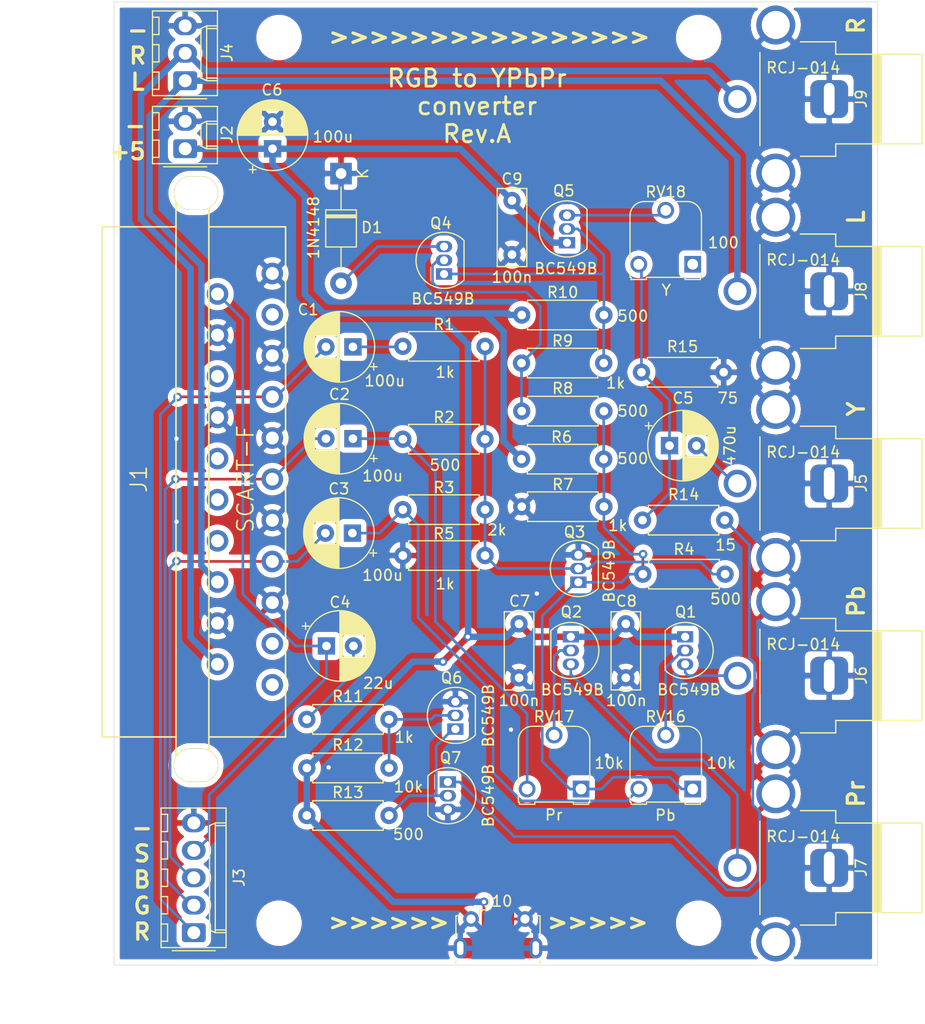
<source format=kicad_pcb>
(kicad_pcb (version 20171130) (host pcbnew "(5.1.4)-1")
  (layers (0 F.Cu signal) (31 B.Cu signal) (34 B.Paste user hide) (35 F.Paste user hide) (36 B.SilkS user) (37 F.SilkS user) (38 B.Mask user hide) (39 F.Mask user hide) (44 Edge.Cuts user))
  (net 0 "")
  (net 1 R_IN)
  (net 2 "Net-(C1-Pad1)")
  (net 3 G_IN)
  (net 4 "Net-(C2-Pad1)")
  (net 5 B_IN)
  (net 6 "Net-(C3-Pad1)")
  (net 7 "Net-(C4-Pad2)")
  (net 8 CSYNC_IN)
  (net 9 Y_OUT)
  (net 10 "Net-(C5-Pad1)")
  (net 11 "Net-(D1-Pad2)")
  (net 12 GND)
  (net 13 Audio_L)
  (net 14 Audio_R)
  (net 15 +5V)
  (net 16 Pb_OUT)
  (net 17 Pr_OUT)
  (net 18 "Net-(Q1-Pad2)")
  (net 19 "Net-(Q2-Pad2)")
  (net 20 "Net-(Q3-Pad1)")
  (net 21 "Net-(Q3-Pad2)")
  (net 22 "Net-(Q4-Pad1)")
  (net 23 "Net-(Q4-Pad2)")
  (net 24 "Net-(Q5-Pad3)")
  (net 25 "Net-(Q6-Pad1)")
  (net 26 "Net-(Q6-Pad2)")
  (net 27 "Net-(Q7-Pad1)")
  (module Connector_USB:USB_Micro-B_Molex-105017-0001 (layer F.Cu) (at 145.7 138.7)
    (fp_text reference J10 (at 0 -3.1125) (layer F.SilkS))
    (fp_text value USB_B_Micro)
    (pad 6 smd rect (at -2.9 1.2375) (size 1.2 1.9) (layers F.Cu F.Mask) (net 12 GND))
    (pad 6 smd rect (at 2.9 1.2375) (size 1.2 1.9) (layers F.Cu F.Mask) (net 12 GND))
    (pad 6 thru_hole oval (at 3.5 1.2375) (size 1.2 1.9) (drill oval 0.6 1.3) (layers *.Cu *.Mask) (net 12 GND))
    (pad 6 thru_hole oval (at -3.5 1.2375 180) (size 1.2 1.9) (drill oval 0.6 1.3) (layers *.Cu *.Mask) (net 12 GND))
    (pad 6 smd rect (at -1 1.2375) (size 1.5 1.9) (layers F.Cu F.Paste F.Mask) (net 12 GND))
    (pad 6 thru_hole circle (at 2.5 -1.4625) (size 1.45 1.45) (drill 0.85) (layers *.Cu *.Mask) (net 12 GND))
    (pad 3 smd rect (at 0 -1.4625) (size 0.4 1.35) (layers F.Cu F.Paste F.Mask))
    (pad 4 smd rect (at 0.65 -1.4625) (size 0.4 1.35) (layers F.Cu F.Paste F.Mask))
    (pad 5 smd rect (at 1.3 -1.4625) (size 0.4 1.35) (layers F.Cu F.Paste F.Mask) (net 12 GND))
    (pad 1 smd rect (at -1.3 -1.4625) (size 0.4 1.35) (layers F.Cu F.Paste F.Mask) (net 15 +5V))
    (pad 2 smd rect (at -0.65 -1.4625) (size 0.4 1.35) (layers F.Cu F.Paste F.Mask))
    (pad 6 thru_hole circle (at -2.5 -1.4625) (size 1.45 1.45) (drill 0.85) (layers *.Cu *.Mask) (net 12 GND))
    (pad 6 smd rect (at 1 1.2375) (size 1.5 1.9) (layers F.Cu F.Paste F.Mask) (net 12 GND))
  )
  (module my:SCART (layer F.Cu) (at 117.5 96.5 270)
    (fp_text reference J1 (at 0 5.10032 90) (layer F.SilkS) (effects (font (size 1.5 1.5))))
    (fp_text value SCART-F (at -0.025 -4.8 90) (layer F.SilkS) (effects (font (size 1.5 1.5))))
    (pad "" np_thru_hole oval (at 26.49982 -0.20066 270) (size 3.1 4.1) (drill oval 3 4) (layers *.Cu *.Mask F.SilkS))
    (pad 1 thru_hole circle (at 19.05 -7.27964 270) (size 1.99898 1.99898) (drill 1.19888) (layers *.Cu *.Mask))
    (pad 2 thru_hole circle (at 17.145 -2.19964 270) (size 1.99898 1.99898) (drill 1.19888) (layers *.Cu *.Mask) (net 14 Audio_R))
    (pad 3 thru_hole circle (at 15.24 -7.27964 270) (size 1.99898 1.99898) (drill 1.19888) (layers *.Cu *.Mask))
    (pad 4 thru_hole circle (at 13.335 -2.19964 270) (size 1.99898 1.99898) (drill 1.19888) (layers *.Cu *.Mask) (net 12 GND))
    (pad 5 thru_hole circle (at 11.43 -7.27964 270) (size 1.99898 1.99898) (drill 1.19888) (layers *.Cu *.Mask) (net 12 GND))
    (pad 6 thru_hole circle (at 9.525 -2.19964 270) (size 1.99898 1.99898) (drill 1.19888) (layers *.Cu *.Mask) (net 13 Audio_L))
    (pad 7 thru_hole circle (at 7.62 -7.27964 270) (size 1.99898 1.99898) (drill 1.19888) (layers *.Cu *.Mask) (net 5 B_IN))
    (pad 8 thru_hole circle (at 5.715 -2.19964 270) (size 1.99898 1.99898) (drill 1.19888) (layers *.Cu *.Mask))
    (pad 9 thru_hole circle (at 3.81 -7.27964 270) (size 1.99898 1.99898) (drill 1.19888) (layers *.Cu *.Mask) (net 12 GND))
    (pad 10 thru_hole circle (at 1.905 -2.19964 270) (size 1.99898 1.99898) (drill 1.19888) (layers *.Cu *.Mask))
    (pad 11 thru_hole circle (at 0 -7.27964 270) (size 1.99898 1.99898) (drill 1.19888) (layers *.Cu *.Mask) (net 3 G_IN))
    (pad 12 thru_hole circle (at -1.905 -2.19964 270) (size 1.99898 1.99898) (drill 1.19888) (layers *.Cu *.Mask))
    (pad 13 thru_hole circle (at -3.81 -7.27964 270) (size 1.99898 1.99898) (drill 1.19888) (layers *.Cu *.Mask) (net 12 GND))
    (pad 14 thru_hole circle (at -5.715 -2.19964 270) (size 1.99898 1.99898) (drill 1.19888) (layers *.Cu *.Mask) (net 12 GND))
    (pad 15 thru_hole circle (at -7.62 -7.27964 270) (size 1.99898 1.99898) (drill 1.19888) (layers *.Cu *.Mask) (net 1 R_IN))
    (pad 16 thru_hole circle (at -9.525 -2.19964 270) (size 1.99898 1.99898) (drill 1.19888) (layers *.Cu *.Mask))
    (pad 17 thru_hole circle (at -11.43 -7.27964 270) (size 1.99898 1.99898) (drill 1.19888) (layers *.Cu *.Mask) (net 12 GND))
    (pad 18 thru_hole circle (at -13.335 -2.19964 270) (size 1.99898 1.99898) (drill 1.19888) (layers *.Cu *.Mask) (net 12 GND))
    (pad 19 thru_hole circle (at -15.24 -7.27964 270) (size 1.99898 1.99898) (drill 1.19888) (layers *.Cu *.Mask))
    (pad 20 thru_hole circle (at -17.145 -2.19964 270) (size 1.99898 1.99898) (drill 1.19888) (layers *.Cu *.Mask) (net 8 CSYNC_IN))
    (pad 21 thru_hole circle (at -19.05 -7.27964 270) (size 1.99898 1.99898) (drill 1.19888) (layers *.Cu *.Mask) (net 12 GND))
    (pad "" np_thru_hole oval (at -26.49982 -0.20066 270) (size 3.1 4.1) (drill oval 3 4) (layers *.Cu *.Mask F.SilkS))
  )
  (module Potentiometer_THT:Potentiometer_Runtron_RM-065_Vertical (layer F.Cu) (at 153.4 125.2 180)
    (fp_text reference RV17 (at 2.5 6.7) (layer F.SilkS))
    (fp_text value 10k)
    (fp_text user Pr (at 2.525 -2.4 180) (layer F.SilkS))
    (fp_text user %V (at -2.6 2.4 180) (layer F.SilkS))
    (pad 2 thru_hole circle (at 2.5 5 180) (size 1.55 1.55) (drill 1) (layers *.Cu *.Mask) (net 19 "Net-(Q2-Pad2)"))
    (pad 1 thru_hole rect (at 0 0 180) (size 1.55 1.55) (drill 1) (layers *.Cu *.Mask) (net 20 "Net-(Q3-Pad1)"))
    (pad 3 thru_hole circle (at 5 0 180) (size 1.55 1.55) (drill 1) (layers *.Cu *.Mask) (net 4 "Net-(C2-Pad1)"))
  )
  (module Capacitor_THT:C_Disc_D7.0mm_W2.5mm_P5.00mm (layer F.Cu) (at 147 75.7 90)
    (fp_text reference C9 (at 7 0 180) (layer F.SilkS))
    (fp_text value 100n)
    (fp_text user %V (at -2.1 0 180) (layer F.SilkS))
    (pad 2 thru_hole circle (at 5 0 90) (size 1.6 1.6) (drill 0.8) (layers *.Cu *.Mask) (net 15 +5V))
    (pad 1 thru_hole circle (at 0 0 90) (size 1.6 1.6) (drill 0.8) (layers *.Cu *.Mask) (net 12 GND))
  )
  (module Capacitor_THT:C_Disc_D7.0mm_W2.5mm_P5.00mm (layer F.Cu) (at 157.55 109.9 270)
    (fp_text reference C8 (at -2.1 -0.05 180) (layer F.SilkS))
    (fp_text value 100n)
    (fp_text user %V (at 7.1 -0.05) (layer F.SilkS))
    (pad 2 thru_hole circle (at 5 0 270) (size 1.6 1.6) (drill 0.8) (layers *.Cu *.Mask) (net 12 GND))
    (pad 1 thru_hole circle (at 0 0 270) (size 1.6 1.6) (drill 0.8) (layers *.Cu *.Mask) (net 15 +5V))
  )
  (module Capacitor_THT:C_Disc_D7.0mm_W2.5mm_P5.00mm (layer F.Cu) (at 147.65 109.9 270)
    (fp_text reference C7 (at -2.1 -0.05 180) (layer F.SilkS))
    (fp_text value 100n)
    (fp_text user %V (at 7.1 0) (layer F.SilkS))
    (pad 2 thru_hole circle (at 5 0 270) (size 1.6 1.6) (drill 0.8) (layers *.Cu *.Mask) (net 12 GND))
    (pad 1 thru_hole circle (at 0 0 270) (size 1.6 1.6) (drill 0.8) (layers *.Cu *.Mask) (net 15 +5V))
  )
  (module Capacitor_THT:CP_Radial_D6.3mm_P2.50mm (layer F.Cu) (at 124.8 65.9 90)
    (fp_text reference C6 (at 5.45 -0.05 180) (layer F.SilkS))
    (fp_text value 100u)
    (fp_text user %V (at 1.1 5.6 180) (layer F.SilkS))
    (pad 2 thru_hole circle (at 2.5 0 90) (size 1.6 1.6) (drill 0.8) (layers *.Cu *.Mask) (net 12 GND))
    (pad 1 thru_hole rect (at 0 0 90) (size 1.6 1.6) (drill 0.8) (layers *.Cu *.Mask) (net 15 +5V))
  )
  (module MountingHole:MountingHole_3.2mm_M3 (layer F.Cu) (at 164.3 137.625001)
    (fp_text reference H4 hide)
    (fp_text value MountingHole)
    (pad 1 np_thru_hole circle (at 0 0) (size 3.2 3.2) (drill 3.2) (layers *.Cu *.Mask))
  )
  (module MountingHole:MountingHole_3.2mm_M3 (layer F.Cu) (at 164.3 55.6 180)
    (fp_text reference H3 hide)
    (fp_text value MountingHole)
    (pad 1 np_thru_hole circle (at 0 0 180) (size 3.2 3.2) (drill 3.2) (layers *.Cu *.Mask))
  )
  (module MountingHole:MountingHole_3.2mm_M3 (layer F.Cu) (at 125.4 137.625001)
    (fp_text reference H2 hide)
    (fp_text value MountingHole)
    (pad 1 np_thru_hole circle (at 0 0) (size 3.2 3.2) (drill 3.2) (layers *.Cu *.Mask))
  )
  (module MountingHole:MountingHole_3.2mm_M3 (layer F.Cu) (at 125.4 55.6 180)
    (fp_text reference H1 hide)
    (fp_text value MountingHole)
    (pad 1 np_thru_hole circle (at 0 0 180) (size 3.2 3.2) (drill 3.2) (layers *.Cu *.Mask))
  )
  (module Potentiometer_THT:Potentiometer_Runtron_RM-065_Vertical (layer F.Cu) (at 163.75 76.6 180)
    (fp_text reference RV18 (at 2.5 6.7) (layer F.SilkS))
    (fp_text value 100)
    (fp_text user Y (at 2.45 -2.4 180) (layer F.SilkS))
    (fp_text user %V (at -2.85 2 180) (layer F.SilkS))
    (pad 3 thru_hole circle (at 5 0 180) (size 1.55 1.55) (drill 1) (layers *.Cu *.Mask) (net 10 "Net-(C5-Pad1)"))
    (pad 1 thru_hole rect (at 0 0 180) (size 1.55 1.55) (drill 1) (layers *.Cu *.Mask))
    (pad 2 thru_hole circle (at 2.5 5 180) (size 1.55 1.55) (drill 1) (layers *.Cu *.Mask) (net 24 "Net-(Q5-Pad3)"))
  )
  (module Potentiometer_THT:Potentiometer_Runtron_RM-065_Vertical (layer F.Cu) (at 163.75 125.2 180)
    (fp_text reference RV16 (at 2.5 6.7) (layer F.SilkS))
    (fp_text value 10k)
    (fp_text user Pb (at 2.525 -2.425 180) (layer F.SilkS))
    (fp_text user %V (at -2.65 2.4 180) (layer F.SilkS))
    (pad 2 thru_hole circle (at 2.5 5 180) (size 1.55 1.55) (drill 1) (layers *.Cu *.Mask) (net 18 "Net-(Q1-Pad2)"))
    (pad 1 thru_hole rect (at 0 0 180) (size 1.55 1.55) (drill 1) (layers *.Cu *.Mask) (net 20 "Net-(Q3-Pad1)"))
    (pad 3 thru_hole circle (at 5 0 180) (size 1.55 1.55) (drill 1) (layers *.Cu *.Mask) (net 6 "Net-(C3-Pad1)"))
  )
  (module Resistor_THT:R_Axial_DIN0207_L6.3mm_D2.5mm_P7.62mm_Horizontal (layer F.Cu) (at 159 86.6)
    (fp_text reference R15 (at 3.81 -2.37) (layer F.SilkS))
    (fp_text value 75)
    (fp_text user %V (at 8 2.4) (layer F.SilkS))
    (pad 2 thru_hole oval (at 7.62 0) (size 1.6 1.6) (drill 0.8) (layers *.Cu *.Mask) (net 12 GND))
    (pad 1 thru_hole circle (at 0 0) (size 1.6 1.6) (drill 0.8) (layers *.Cu *.Mask) (net 10 "Net-(C5-Pad1)"))
  )
  (module Resistor_THT:R_Axial_DIN0207_L6.3mm_D2.5mm_P7.62mm_Horizontal (layer F.Cu) (at 159.1 100.3)
    (fp_text reference R14 (at 3.81 -2.37) (layer F.SilkS))
    (fp_text value 15)
    (fp_text user %V (at 7.7 2.3) (layer F.SilkS))
    (pad 2 thru_hole oval (at 7.62 0) (size 1.6 1.6) (drill 0.8) (layers *.Cu *.Mask) (net 27 "Net-(Q7-Pad1)"))
    (pad 1 thru_hole circle (at 0 0) (size 1.6 1.6) (drill 0.8) (layers *.Cu *.Mask) (net 10 "Net-(C5-Pad1)"))
  )
  (module Resistor_THT:R_Axial_DIN0207_L6.3mm_D2.5mm_P7.62mm_Horizontal (layer F.Cu) (at 135.6 127.65 180)
    (fp_text reference R13 (at 3.81 2.13) (layer F.SilkS))
    (fp_text value 500)
    (fp_text user %V (at -1.8 -1.75 180) (layer F.SilkS))
    (pad 2 thru_hole oval (at 7.62 0 180) (size 1.6 1.6) (drill 0.8) (layers *.Cu *.Mask) (net 15 +5V))
    (pad 1 thru_hole circle (at 0 0 180) (size 1.6 1.6) (drill 0.8) (layers *.Cu *.Mask) (net 25 "Net-(Q6-Pad1)"))
  )
  (module Resistor_THT:R_Axial_DIN0207_L6.3mm_D2.5mm_P7.62mm_Horizontal (layer F.Cu) (at 135.6 123.25 180)
    (fp_text reference R12 (at 3.81 2.13) (layer F.SilkS))
    (fp_text value 10k)
    (fp_text user %V (at -1.8 -1.75 180) (layer F.SilkS))
    (pad 2 thru_hole oval (at 7.62 0 180) (size 1.6 1.6) (drill 0.8) (layers *.Cu *.Mask) (net 15 +5V))
    (pad 1 thru_hole circle (at 0 0 180) (size 1.6 1.6) (drill 0.8) (layers *.Cu *.Mask) (net 26 "Net-(Q6-Pad2)"))
  )
  (module Resistor_THT:R_Axial_DIN0207_L6.3mm_D2.5mm_P7.62mm_Horizontal (layer F.Cu) (at 135.6 118.75 180)
    (fp_text reference R11 (at 3.81 2.13) (layer F.SilkS))
    (fp_text value 1k)
    (fp_text user %V (at -1.4 -1.65 180) (layer F.SilkS))
    (pad 2 thru_hole oval (at 7.62 0 180) (size 1.6 1.6) (drill 0.8) (layers *.Cu *.Mask) (net 7 "Net-(C4-Pad2)"))
    (pad 1 thru_hole circle (at 0 0 180) (size 1.6 1.6) (drill 0.8) (layers *.Cu *.Mask) (net 26 "Net-(Q6-Pad2)"))
  )
  (module Resistor_THT:R_Axial_DIN0207_L6.3mm_D2.5mm_P7.62mm_Horizontal (layer F.Cu) (at 147.9 81.3)
    (fp_text reference R10 (at 3.8 -2.1) (layer F.SilkS))
    (fp_text value 500)
    (fp_text user %V (at 10.3 0.1) (layer F.SilkS))
    (pad 1 thru_hole circle (at 0 0) (size 1.6 1.6) (drill 0.8) (layers *.Cu *.Mask) (net 15 +5V))
    (pad 2 thru_hole oval (at 7.62 0) (size 1.6 1.6) (drill 0.8) (layers *.Cu *.Mask) (net 22 "Net-(Q4-Pad1)"))
  )
  (module Resistor_THT:R_Axial_DIN0207_L6.3mm_D2.5mm_P7.62mm_Horizontal (layer F.Cu) (at 155.5 85.75 180)
    (fp_text reference R9 (at 3.81 2.05) (layer F.SilkS))
    (fp_text value 1k)
    (fp_text user %V (at -1.1 -1.85 180) (layer F.SilkS))
    (pad 1 thru_hole circle (at 0 0 180) (size 1.6 1.6) (drill 0.8) (layers *.Cu *.Mask) (net 22 "Net-(Q4-Pad1)"))
    (pad 2 thru_hole oval (at 7.62 0 180) (size 1.6 1.6) (drill 0.8) (layers *.Cu *.Mask) (net 23 "Net-(Q4-Pad2)"))
  )
  (module Resistor_THT:R_Axial_DIN0207_L6.3mm_D2.5mm_P7.62mm_Horizontal (layer F.Cu) (at 147.9 90.2)
    (fp_text reference R8 (at 3.8 -2.1) (layer F.SilkS))
    (fp_text value 500)
    (fp_text user %V (at 10.3 0) (layer F.SilkS))
    (pad 1 thru_hole circle (at 0 0) (size 1.6 1.6) (drill 0.8) (layers *.Cu *.Mask) (net 23 "Net-(Q4-Pad2)"))
    (pad 2 thru_hole oval (at 7.62 0) (size 1.6 1.6) (drill 0.8) (layers *.Cu *.Mask) (net 20 "Net-(Q3-Pad1)"))
  )
  (module Resistor_THT:R_Axial_DIN0207_L6.3mm_D2.5mm_P7.62mm_Horizontal (layer F.Cu) (at 147.9 99.05)
    (fp_text reference R7 (at 3.81 -2.05) (layer F.SilkS))
    (fp_text value 1k)
    (fp_text user %V (at 8.9 1.75) (layer F.SilkS))
    (pad 1 thru_hole circle (at 0 0) (size 1.6 1.6) (drill 0.8) (layers *.Cu *.Mask) (net 12 GND))
    (pad 2 thru_hole oval (at 7.62 0) (size 1.6 1.6) (drill 0.8) (layers *.Cu *.Mask) (net 20 "Net-(Q3-Pad1)"))
  )
  (module Resistor_THT:R_Axial_DIN0207_L6.3mm_D2.5mm_P7.62mm_Horizontal (layer F.Cu) (at 155.5 94.65 180)
    (fp_text reference R6 (at 3.9 2.05) (layer F.SilkS))
    (fp_text value 500)
    (fp_text user %V (at -2.7 0.05 180) (layer F.SilkS))
    (pad 1 thru_hole circle (at 0 0 180) (size 1.6 1.6) (drill 0.8) (layers *.Cu *.Mask) (net 20 "Net-(Q3-Pad1)"))
    (pad 2 thru_hole oval (at 7.62 0 180) (size 1.6 1.6) (drill 0.8) (layers *.Cu *.Mask) (net 15 +5V))
  )
  (module Resistor_THT:R_Axial_DIN0207_L6.3mm_D2.5mm_P7.62mm_Horizontal (layer F.Cu) (at 144.5 103.575 180)
    (fp_text reference R5 (at 3.81 2.025) (layer F.SilkS))
    (fp_text value 1k)
    (fp_text user %V (at 3.7 -2.625 180) (layer F.SilkS))
    (pad 2 thru_hole oval (at 7.62 0 180) (size 1.6 1.6) (drill 0.8) (layers *.Cu *.Mask) (net 12 GND))
    (pad 1 thru_hole circle (at 0 0 180) (size 1.6 1.6) (drill 0.8) (layers *.Cu *.Mask) (net 21 "Net-(Q3-Pad2)"))
  )
  (module Resistor_THT:R_Axial_DIN0207_L6.3mm_D2.5mm_P7.62mm_Horizontal (layer F.Cu) (at 166.75 105.3 180)
    (fp_text reference R4 (at 3.81 2.3) (layer F.SilkS))
    (fp_text value 500)
    (fp_text user %V (at -0.05 -2.3 180) (layer F.SilkS))
    (pad 2 thru_hole oval (at 7.62 0 180) (size 1.6 1.6) (drill 0.8) (layers *.Cu *.Mask) (net 20 "Net-(Q3-Pad1)"))
    (pad 1 thru_hole circle (at 0 0 180) (size 1.6 1.6) (drill 0.8) (layers *.Cu *.Mask) (net 21 "Net-(Q3-Pad2)"))
  )
  (module Resistor_THT:R_Axial_DIN0207_L6.3mm_D2.5mm_P7.62mm_Horizontal (layer F.Cu) (at 144.5 99.325 180)
    (fp_text reference R3 (at 3.81 2.05) (layer F.SilkS))
    (fp_text value 2k)
    (fp_text user %V (at -1.1 -1.875 180) (layer F.SilkS))
    (pad 2 thru_hole oval (at 7.62 0 180) (size 1.6 1.6) (drill 0.8) (layers *.Cu *.Mask) (net 6 "Net-(C3-Pad1)"))
    (pad 1 thru_hole circle (at 0 0 180) (size 1.6 1.6) (drill 0.8) (layers *.Cu *.Mask) (net 21 "Net-(Q3-Pad2)"))
  )
  (module Resistor_THT:R_Axial_DIN0207_L6.3mm_D2.5mm_P7.62mm_Horizontal (layer F.Cu) (at 144.5 92.8 180)
    (fp_text reference R2 (at 3.81 2.03) (layer F.SilkS))
    (fp_text value 500)
    (fp_text user %V (at 3.7 -2.4 180) (layer F.SilkS))
    (pad 2 thru_hole oval (at 7.62 0 180) (size 1.6 1.6) (drill 0.8) (layers *.Cu *.Mask) (net 4 "Net-(C2-Pad1)"))
    (pad 1 thru_hole circle (at 0 0 180) (size 1.6 1.6) (drill 0.8) (layers *.Cu *.Mask) (net 21 "Net-(Q3-Pad2)"))
  )
  (module Resistor_THT:R_Axial_DIN0207_L6.3mm_D2.5mm_P7.62mm_Horizontal (layer F.Cu) (at 144.5 84.2 180)
    (fp_text reference R1 (at 3.81 2.03) (layer F.SilkS))
    (fp_text value 1k)
    (fp_text user %V (at 3.7 -2.4 180) (layer F.SilkS))
    (pad 2 thru_hole oval (at 7.62 0 180) (size 1.6 1.6) (drill 0.8) (layers *.Cu *.Mask) (net 2 "Net-(C1-Pad1)"))
    (pad 1 thru_hole circle (at 0 0 180) (size 1.6 1.6) (drill 0.8) (layers *.Cu *.Mask) (net 21 "Net-(Q3-Pad2)"))
  )
  (module Package_TO_SOT_THT:TO-92_Inline (layer F.Cu) (at 141.05 124.55 270)
    (fp_text reference Q7 (at -2.25 -0.25 180) (layer F.SilkS))
    (fp_text value BC549B)
    (fp_text user %V (at 1.25 -3.75 90) (layer F.SilkS))
    (pad 1 thru_hole rect (at 0 0 270) (size 1.05 1.5) (drill 0.75) (layers *.Cu *.Mask) (net 27 "Net-(Q7-Pad1)"))
    (pad 3 thru_hole oval (at 2.54 0 270) (size 1.05 1.5) (drill 0.75) (layers *.Cu *.Mask) (net 12 GND))
    (pad 2 thru_hole oval (at 1.27 0 270) (size 1.05 1.5) (drill 0.75) (layers *.Cu *.Mask) (net 25 "Net-(Q6-Pad1)"))
  )
  (module Package_TO_SOT_THT:TO-92_Inline (layer F.Cu) (at 141.75 119.65 90)
    (fp_text reference Q6 (at 4.75 -0.35 180) (layer F.SilkS))
    (fp_text value BC549B)
    (fp_text user %V (at 1.25 3.05 90) (layer F.SilkS))
    (pad 1 thru_hole rect (at 0 0 90) (size 1.05 1.5) (drill 0.75) (layers *.Cu *.Mask) (net 25 "Net-(Q6-Pad1)"))
    (pad 3 thru_hole oval (at 2.54 0 90) (size 1.05 1.5) (drill 0.75) (layers *.Cu *.Mask) (net 12 GND))
    (pad 2 thru_hole oval (at 1.27 0 90) (size 1.05 1.5) (drill 0.75) (layers *.Cu *.Mask) (net 26 "Net-(Q6-Pad2)"))
  )
  (module Package_TO_SOT_THT:TO-92_Inline (layer F.Cu) (at 152.1 74.6 90)
    (fp_text reference Q5 (at 4.8 -0.3 180) (layer F.SilkS))
    (fp_text value BC549B)
    (fp_text user %V (at -2.4 -0.1 180) (layer F.SilkS))
    (pad 1 thru_hole rect (at 0 0 90) (size 1.05 1.5) (drill 0.75) (layers *.Cu *.Mask) (net 15 +5V))
    (pad 3 thru_hole oval (at 2.54 0 90) (size 1.05 1.5) (drill 0.75) (layers *.Cu *.Mask) (net 24 "Net-(Q5-Pad3)"))
    (pad 2 thru_hole oval (at 1.27 0 90) (size 1.05 1.5) (drill 0.75) (layers *.Cu *.Mask) (net 22 "Net-(Q4-Pad1)"))
  )
  (module Package_TO_SOT_THT:TO-92_Inline (layer F.Cu) (at 140.7 77.5 90)
    (fp_text reference Q4 (at 4.7 -0.3 180) (layer F.SilkS))
    (fp_text value BC549B)
    (fp_text user %V (at -2.3 -0.1 180) (layer F.SilkS))
    (pad 1 thru_hole rect (at 0 0 90) (size 1.05 1.5) (drill 0.75) (layers *.Cu *.Mask) (net 22 "Net-(Q4-Pad1)"))
    (pad 3 thru_hole oval (at 2.54 0 90) (size 1.05 1.5) (drill 0.75) (layers *.Cu *.Mask) (net 11 "Net-(D1-Pad2)"))
    (pad 2 thru_hole oval (at 1.27 0 90) (size 1.05 1.5) (drill 0.75) (layers *.Cu *.Mask) (net 23 "Net-(Q4-Pad2)"))
  )
  (module Package_TO_SOT_THT:TO-92_Inline (layer F.Cu) (at 153.15 106.05 90)
    (fp_text reference Q3 (at 4.65 -0.35 180) (layer F.SilkS))
    (fp_text value BC549B)
    (fp_text user %V (at 1.05 2.85 90) (layer F.SilkS))
    (pad 2 thru_hole oval (at 1.27 0 90) (size 1.05 1.5) (drill 0.75) (layers *.Cu *.Mask) (net 21 "Net-(Q3-Pad2)"))
    (pad 3 thru_hole oval (at 2.54 0 90) (size 1.05 1.5) (drill 0.75) (layers *.Cu *.Mask) (net 12 GND))
    (pad 1 thru_hole rect (at 0 0 90) (size 1.05 1.5) (drill 0.75) (layers *.Cu *.Mask) (net 20 "Net-(Q3-Pad1)"))
  )
  (module Package_TO_SOT_THT:TO-92_Inline (layer F.Cu) (at 152.45 111.1 270)
    (fp_text reference Q2 (at -2.3 -0.05 180) (layer F.SilkS))
    (fp_text value BC549B)
    (fp_text user %V (at 4.9 -0.15) (layer F.SilkS))
    (pad 1 thru_hole rect (at 0 0 270) (size 1.05 1.5) (drill 0.75) (layers *.Cu *.Mask) (net 15 +5V))
    (pad 3 thru_hole oval (at 2.54 0 270) (size 1.05 1.5) (drill 0.75) (layers *.Cu *.Mask) (net 17 Pr_OUT))
    (pad 2 thru_hole oval (at 1.27 0 270) (size 1.05 1.5) (drill 0.75) (layers *.Cu *.Mask) (net 19 "Net-(Q2-Pad2)"))
  )
  (module Package_TO_SOT_THT:TO-92_Inline (layer F.Cu) (at 163.05 111.1 270)
    (fp_text reference Q1 (at -2.3 -0.05 180) (layer F.SilkS))
    (fp_text value BC549B)
    (fp_text user %V (at 4.9 -0.35) (layer F.SilkS))
    (pad 1 thru_hole rect (at 0 0 270) (size 1.05 1.5) (drill 0.75) (layers *.Cu *.Mask) (net 15 +5V))
    (pad 3 thru_hole oval (at 2.54 0 270) (size 1.05 1.5) (drill 0.75) (layers *.Cu *.Mask) (net 16 Pb_OUT))
    (pad 2 thru_hole oval (at 1.27 0 270) (size 1.05 1.5) (drill 0.75) (layers *.Cu *.Mask) (net 18 "Net-(Q1-Pad2)"))
  )
  (module my:CUI_RCJ-01X-WIDE (layer F.Cu) (at 174.5 61.3 270)
    (fp_text reference J9 (at -0.03 -4.86912 270) (layer F.SilkS))
    (fp_text value RCJ-014 hide)
    (fp_text user %V (at -2.9 0.5) (layer F.SilkS))
    (pad 1 thru_hole circle (at 0 6.604 270) (size 2.55 2.55) (drill 1.7) (layers *.Cu *.Mask) (net 14 Audio_R))
    (pad 2 thru_hole roundrect (at 0 -1.905 90) (size 3.50012 3.50012) (drill oval 3 1) (layers *.Cu *.Mask) (roundrect_rratio 0.214) (net 12 GND))
    (pad 2 thru_hole circle (at -6.858 3.048 270) (size 3.616 3.616) (drill 2.6) (layers *.Cu *.Mask) (net 12 GND))
    (pad 2 thru_hole circle (at 6.858 3.048 270) (size 3.616 3.616) (drill 2.6) (layers *.Cu *.Mask) (net 12 GND))
  )
  (module my:CUI_RCJ-01X-WIDE (layer F.Cu) (at 174.495 79.1 270)
    (fp_text reference J8 (at -0.03 -4.86912 270) (layer F.SilkS))
    (fp_text value RCJ-014 hide)
    (fp_text user %V (at -2.9 0.495) (layer F.SilkS))
    (pad 1 thru_hole circle (at 0 6.604 270) (size 2.55 2.55) (drill 1.7) (layers *.Cu *.Mask) (net 13 Audio_L))
    (pad 2 thru_hole roundrect (at 0 -1.905 90) (size 3.50012 3.50012) (drill oval 3 1) (layers *.Cu *.Mask) (roundrect_rratio 0.214) (net 12 GND))
    (pad 2 thru_hole circle (at -6.858 3.048 270) (size 3.616 3.616) (drill 2.6) (layers *.Cu *.Mask) (net 12 GND))
    (pad 2 thru_hole circle (at 6.858 3.048 270) (size 3.616 3.616) (drill 2.6) (layers *.Cu *.Mask) (net 12 GND))
  )
  (module my:CUI_RCJ-01X-WIDE (layer F.Cu) (at 174.5 132.5 270)
    (fp_text reference J7 (at -0.03 -4.86912 270) (layer F.SilkS))
    (fp_text value RCJ-014 hide)
    (fp_text user %V (at -2.9 0.5) (layer F.SilkS))
    (pad 1 thru_hole circle (at 0 6.604 270) (size 2.55 2.55) (drill 1.7) (layers *.Cu *.Mask) (net 17 Pr_OUT))
    (pad 2 thru_hole roundrect (at 0 -1.905 90) (size 3.50012 3.50012) (drill oval 3 1) (layers *.Cu *.Mask) (roundrect_rratio 0.214) (net 12 GND))
    (pad 2 thru_hole circle (at -6.858 3.048 270) (size 3.616 3.616) (drill 2.6) (layers *.Cu *.Mask) (net 12 GND))
    (pad 2 thru_hole circle (at 6.858 3.048 270) (size 3.616 3.616) (drill 2.6) (layers *.Cu *.Mask) (net 12 GND))
  )
  (module my:CUI_RCJ-01X-WIDE (layer F.Cu) (at 174.5 114.7 270)
    (fp_text reference J6 (at -0.03 -4.86912 270) (layer F.SilkS))
    (fp_text value RCJ-014 hide)
    (fp_text user %V (at -2.9 0.5) (layer F.SilkS))
    (pad 1 thru_hole circle (at 0 6.604 270) (size 2.55 2.55) (drill 1.7) (layers *.Cu *.Mask) (net 16 Pb_OUT))
    (pad 2 thru_hole roundrect (at 0 -1.905 90) (size 3.50012 3.50012) (drill oval 3 1) (layers *.Cu *.Mask) (roundrect_rratio 0.214) (net 12 GND))
    (pad 2 thru_hole circle (at -6.858 3.048 270) (size 3.616 3.616) (drill 2.6) (layers *.Cu *.Mask) (net 12 GND))
    (pad 2 thru_hole circle (at 6.858 3.048 270) (size 3.616 3.616) (drill 2.6) (layers *.Cu *.Mask) (net 12 GND))
  )
  (module my:CUI_RCJ-01X-WIDE (layer F.Cu) (at 174.5 96.9 270)
    (fp_text reference J5 (at -0.03 -4.86912 270) (layer F.SilkS))
    (fp_text value RCJ-014 hide)
    (fp_text user %V (at -2.9 0.5) (layer F.SilkS))
    (pad 1 thru_hole circle (at 0 6.604 270) (size 2.55 2.55) (drill 1.7) (layers *.Cu *.Mask) (net 9 Y_OUT))
    (pad 2 thru_hole roundrect (at 0 -1.905 90) (size 3.50012 3.50012) (drill oval 3 1) (layers *.Cu *.Mask) (roundrect_rratio 0.214) (net 12 GND))
    (pad 2 thru_hole circle (at -6.858 3.048 270) (size 3.616 3.616) (drill 2.6) (layers *.Cu *.Mask) (net 12 GND))
    (pad 2 thru_hole circle (at 6.858 3.048 270) (size 3.616 3.616) (drill 2.6) (layers *.Cu *.Mask) (net 12 GND))
  )
  (module Connector_Molex:Molex_KK-254_AE-6410-03A_1x03_P2.54mm_Vertical (layer F.Cu) (at 116.7 59.6 90)
    (fp_text reference J4 (at 2.59 3.88 90) (layer F.SilkS))
    (fp_text value Conn_01x03)
    (pad 3 thru_hole oval (at 5.08 0 90) (size 1.74 2.2) (drill 1.2) (layers *.Cu *.Mask) (net 12 GND))
    (pad 2 thru_hole oval (at 2.54 0 90) (size 1.74 2.2) (drill 1.2) (layers *.Cu *.Mask) (net 14 Audio_R))
    (pad 1 thru_hole roundrect (at 0 0 90) (size 1.74 2.2) (drill 1.2) (layers *.Cu *.Mask) (roundrect_rratio 0.143678) (net 13 Audio_L))
  )
  (module Connector_Molex:Molex_KK-254_AE-6410-05A_1x05_P2.54mm_Vertical (layer F.Cu) (at 117.5 138.5 90)
    (fp_text reference J3 (at 5.1 4.2 90) (layer F.SilkS))
    (fp_text value Conn_01x05)
    (pad 5 thru_hole oval (at 10.16 0 90) (size 1.74 2.2) (drill 1.2) (layers *.Cu *.Mask) (net 12 GND))
    (pad 4 thru_hole oval (at 7.62 0 90) (size 1.74 2.2) (drill 1.2) (layers *.Cu *.Mask) (net 8 CSYNC_IN))
    (pad 3 thru_hole oval (at 5.08 0 90) (size 1.74 2.2) (drill 1.2) (layers *.Cu *.Mask) (net 5 B_IN))
    (pad 2 thru_hole oval (at 2.54 0 90) (size 1.74 2.2) (drill 1.2) (layers *.Cu *.Mask) (net 3 G_IN))
    (pad 1 thru_hole roundrect (at 0 0 90) (size 1.74 2.2) (drill 1.2) (layers *.Cu *.Mask) (roundrect_rratio 0.143678) (net 1 R_IN))
  )
  (module Connector_Molex:Molex_KK-254_AE-6410-02A_1x02_P2.54mm_Vertical (layer F.Cu) (at 116.7 65.9 90)
    (fp_text reference J2 (at 1.32 3.88 90) (layer F.SilkS))
    (fp_text value Conn_01x02)
    (pad 2 thru_hole oval (at 2.54 0 90) (size 1.74 2.2) (drill 1.2) (layers *.Cu *.Mask) (net 12 GND))
    (pad 1 thru_hole roundrect (at 0 0 90) (size 1.74 2.2) (drill 1.2) (layers *.Cu *.Mask) (roundrect_rratio 0.143678) (net 15 +5V))
  )
  (module Diode_THT:D_T-1_P10.16mm_Horizontal (layer F.Cu) (at 131.15 68.2 270)
    (fp_text reference D1 (at 5 -2.85 180) (layer F.SilkS))
    (fp_text value 1N4148)
    (fp_text user K (at 0 -2 90) (layer F.SilkS))
    (fp_text user %V (at 5 2.55 90) (layer F.SilkS))
    (pad 2 thru_hole oval (at 10.16 0 270) (size 2 2) (drill 1) (layers *.Cu *.Mask) (net 11 "Net-(D1-Pad2)"))
    (pad 1 thru_hole rect (at 0 0 270) (size 2 2) (drill 1) (layers *.Cu *.Mask) (net 12 GND))
  )
  (module Capacitor_THT:CP_Radial_D6.3mm_P2.50mm (layer F.Cu) (at 161.6 93.4)
    (fp_text reference C5 (at 1.25 -4.4) (layer F.SilkS))
    (fp_text value 470u)
    (fp_text user %V (at 5.6 0 90) (layer F.SilkS))
    (pad 2 thru_hole circle (at 2.5 0) (size 1.6 1.6) (drill 0.8) (layers *.Cu *.Mask) (net 9 Y_OUT))
    (pad 1 thru_hole rect (at 0 0) (size 1.6 1.6) (drill 0.8) (layers *.Cu *.Mask) (net 10 "Net-(C5-Pad1)"))
  )
  (module Capacitor_THT:CP_Radial_D6.3mm_P2.50mm (layer F.Cu) (at 129.8 111.95)
    (fp_text reference C4 (at 1.25 -4.05) (layer F.SilkS))
    (fp_text value 22u)
    (fp_text user %V (at 4.8 3.45) (layer F.SilkS))
    (pad 2 thru_hole circle (at 2.5 0) (size 1.6 1.6) (drill 0.8) (layers *.Cu *.Mask) (net 7 "Net-(C4-Pad2)"))
    (pad 1 thru_hole rect (at 0 0) (size 1.6 1.6) (drill 0.8) (layers *.Cu *.Mask) (net 8 CSYNC_IN))
  )
  (module Capacitor_THT:CP_Radial_D6.3mm_P2.50mm (layer F.Cu) (at 132.2 101.5 180)
    (fp_text reference C3 (at 1.25 4.1) (layer F.SilkS))
    (fp_text value 100u)
    (fp_text user %V (at -2.8 -3.9 180) (layer F.SilkS))
    (pad 2 thru_hole circle (at 2.5 0 180) (size 1.6 1.6) (drill 0.8) (layers *.Cu *.Mask) (net 5 B_IN))
    (pad 1 thru_hole rect (at 0 0 180) (size 1.6 1.6) (drill 0.8) (layers *.Cu *.Mask) (net 6 "Net-(C3-Pad1)"))
  )
  (module Capacitor_THT:CP_Radial_D6.3mm_P2.50mm (layer F.Cu) (at 132.25 92.75 180)
    (fp_text reference C2 (at 1.25 4.1) (layer F.SilkS))
    (fp_text value 100u)
    (fp_text user %V (at -2.75 -3.45 180) (layer F.SilkS))
    (pad 2 thru_hole circle (at 2.5 0 180) (size 1.6 1.6) (drill 0.8) (layers *.Cu *.Mask) (net 3 G_IN))
    (pad 1 thru_hole rect (at 0 0 180) (size 1.6 1.6) (drill 0.8) (layers *.Cu *.Mask) (net 4 "Net-(C2-Pad1)"))
  )
  (module Capacitor_THT:CP_Radial_D6.3mm_P2.50mm (layer F.Cu) (at 132.25 84.25 180)
    (fp_text reference C1 (at 4.15 3.45) (layer F.SilkS))
    (fp_text value 100u)
    (fp_text user %V (at -2.95 -3.15 180) (layer F.SilkS))
    (pad 2 thru_hole circle (at 2.5 0 180) (size 1.6 1.6) (drill 0.8) (layers *.Cu *.Mask) (net 1 R_IN))
    (pad 1 thru_hole rect (at 0 0 180) (size 1.6 1.6) (drill 0.8) (layers *.Cu *.Mask) (net 2 "Net-(C1-Pad1)"))
  )
  (gr_text L (at 178.9 72.25 90) (layer F.SilkS) (effects (font (size 1.5 1.5) (thickness 0.3))))
  (gr_text ">>>>>>        >>>>>" (at 144.8 137.5) (layer F.SilkS) (effects (font (size 1.5 1.5) (thickness 0.3))))
  (gr_text >>>>>>>>>>>>>>>> (at 144.9 55.5) (layer F.SilkS) (effects (font (size 1.5 1.5) (thickness 0.3))))
  (gr_text "-\nS\nB\nG\nR" (at 112.7 133.6) (layer F.SilkS) (effects (font (size 1.5 1.5) (thickness 0.3))))
  (gr_text "-\n+5" (at 113.2 64.95) (layer F.SilkS) (effects (font (size 1.5 1.5) (thickness 0.3)) (justify right)))
  (gr_text "-\nR\nL" (at 112.3 57.3) (layer F.SilkS) (effects (font (size 1.5 1.5) (thickness 0.3))))
  (gr_text R (at 178.9 54.5 90) (layer F.SilkS) (effects (font (size 1.5 1.5) (thickness 0.3))))
  (gr_text Y (at 178.9 90 90) (layer F.SilkS) (effects (font (size 1.5 1.5) (thickness 0.3))))
  (gr_text Pb (at 178.9 107.8 90) (layer F.SilkS) (effects (font (size 1.5 1.5) (thickness 0.3))))
  (gr_text Pr (at 178.9 125.65 90) (layer F.SilkS) (effects (font (size 1.5 1.5) (thickness 0.3))))
  (gr_text "RGB to YPbPr\nconverter\nRev.A" (at 143.75 61.95) (layer F.SilkS) (effects (font (size 1.6 1.6) (thickness 0.25))))
  (gr_line (start 110.1 141.5) (end 110.1 52.3) (layer Edge.Cuts) (width 0.05))
  (gr_line (start 180.9 141.5) (end 110.1 141.5) (layer Edge.Cuts) (width 0.05))
  (gr_line (start 180.9 52.3) (end 180.9 141.5) (layer Edge.Cuts) (width 0.05))
  (gr_line (start 110.1 52.3) (end 180.9 52.3) (layer Edge.Cuts) (width 0.05))
  (segment (start 125.12 88.88) (end 124.77964 88.88) (width 0.25) (layer B.Cu) (net 1))
  (segment (start 129.75 84.25) (end 125.12 88.88) (width 0.25) (layer B.Cu) (net 1))
  (via (at 116.000006 88.9) (size 0.8) (drill 0.4) (layers F.Cu B.Cu) (net 1))
  (segment (start 124.77964 88.88) (end 116.020006 88.88) (width 0.25) (layer F.Cu) (net 1))
  (segment (start 116.020006 88.88) (end 116.000006 88.9) (width 0.25) (layer F.Cu) (net 1))
  (segment (start 115.600007 89.299999) (end 116.000006 88.9) (width 0.25) (layer B.Cu) (net 1))
  (segment (start 114.4 90.500006) (end 115.600007 89.299999) (width 0.25) (layer B.Cu) (net 1))
  (segment (start 114.4 135.4) (end 114.4 90.500006) (width 0.25) (layer B.Cu) (net 1))
  (segment (start 117.5 138.5) (end 114.4 135.4) (width 0.25) (layer B.Cu) (net 1))
  (segment (start 136.83 84.25) (end 136.88 84.2) (width 0.25) (layer B.Cu) (net 2))
  (segment (start 132.25 84.25) (end 136.83 84.25) (width 0.25) (layer B.Cu) (net 2))
  (segment (start 128.52964 92.75) (end 129.75 92.75) (width 0.25) (layer B.Cu) (net 3))
  (segment (start 124.77964 96.5) (end 128.52964 92.75) (width 0.25) (layer B.Cu) (net 3))
  (via (at 115.800002 96.499998) (size 0.8) (drill 0.4) (layers F.Cu B.Cu) (net 3))
  (segment (start 124.77964 96.5) (end 115.800004 96.5) (width 0.25) (layer F.Cu) (net 3))
  (segment (start 115.800004 96.5) (end 115.800002 96.499998) (width 0.25) (layer F.Cu) (net 3))
  (segment (start 117.5 135.96) (end 117.27 135.96) (width 0.25) (layer B.Cu) (net 3))
  (segment (start 117.27 135.96) (end 114.850011 133.540011) (width 0.25) (layer B.Cu) (net 3))
  (segment (start 114.850011 133.540011) (end 114.850011 97.449989) (width 0.25) (layer B.Cu) (net 3))
  (segment (start 114.850011 97.449989) (end 115.400003 96.899997) (width 0.25) (layer B.Cu) (net 3))
  (segment (start 115.400003 96.899997) (end 115.800002 96.499998) (width 0.25) (layer B.Cu) (net 3))
  (segment (start 136.83 92.75) (end 136.88 92.8) (width 0.25) (layer B.Cu) (net 4))
  (segment (start 132.25 92.75) (end 136.83 92.75) (width 0.25) (layer B.Cu) (net 4))
  (segment (start 148.4 118.225) (end 148.4 125.2) (width 0.25) (layer B.Cu) (net 4))
  (segment (start 140.8 110.625) (end 148.4 118.225) (width 0.25) (layer B.Cu) (net 4))
  (segment (start 140.8 110.6) (end 140.8 110.625) (width 0.25) (layer B.Cu) (net 4))
  (segment (start 139.9 109.7) (end 140.8 110.6) (width 0.25) (layer B.Cu) (net 4))
  (segment (start 136.88 92.8) (end 139.9 95.82) (width 0.25) (layer B.Cu) (net 4))
  (segment (start 139.9 95.82) (end 139.9 109.7) (width 0.25) (layer B.Cu) (net 4))
  (segment (start 115.92 104.12) (end 115.9 104.1) (width 0.25) (layer F.Cu) (net 5))
  (segment (start 124.77964 104.12) (end 115.92 104.12) (width 0.25) (layer F.Cu) (net 5))
  (via (at 115.9 104.1) (size 0.8) (drill 0.4) (layers F.Cu B.Cu) (net 5))
  (segment (start 115.300022 104.699978) (end 115.500001 104.499999) (width 0.25) (layer B.Cu) (net 5))
  (segment (start 115.500001 104.499999) (end 115.9 104.1) (width 0.25) (layer B.Cu) (net 5))
  (segment (start 115.300022 131.450022) (end 115.300022 104.699978) (width 0.25) (layer B.Cu) (net 5))
  (segment (start 117.27 133.42) (end 115.300022 131.450022) (width 0.25) (layer B.Cu) (net 5))
  (segment (start 117.5 133.42) (end 117.27 133.42) (width 0.25) (layer B.Cu) (net 5))
  (segment (start 127.08 104.12) (end 129.7 101.5) (width 0.25) (layer B.Cu) (net 5))
  (segment (start 124.77964 104.12) (end 127.08 104.12) (width 0.25) (layer B.Cu) (net 5))
  (segment (start 157.649999 126.300001) (end 147.871999 126.300001) (width 0.25) (layer B.Cu) (net 6))
  (segment (start 147.871999 126.300001) (end 145.25 123.678002) (width 0.25) (layer B.Cu) (net 6))
  (segment (start 138.3 100.745) (end 136.88 99.325) (width 0.25) (layer B.Cu) (net 6))
  (segment (start 158.75 125.2) (end 157.649999 126.300001) (width 0.25) (layer B.Cu) (net 6))
  (segment (start 145.25 123.678002) (end 145.25 116.285002) (width 0.25) (layer B.Cu) (net 6))
  (segment (start 145.25 116.285002) (end 138.3 109.335002) (width 0.25) (layer B.Cu) (net 6))
  (segment (start 138.3 109.335002) (end 138.3 100.745) (width 0.25) (layer B.Cu) (net 6))
  (segment (start 134.705 101.5) (end 136.88 99.325) (width 0.25) (layer B.Cu) (net 6))
  (segment (start 132.2 101.5) (end 134.705 101.5) (width 0.25) (layer B.Cu) (net 6))
  (segment (start 132.3 111.95) (end 132.3 114.43) (width 0.25) (layer B.Cu) (net 7))
  (segment (start 132.3 114.43) (end 127.98 118.75) (width 0.25) (layer B.Cu) (net 7))
  (segment (start 117.73 130.88) (end 117.5 130.88) (width 0.25) (layer B.Cu) (net 8))
  (segment (start 118.92501 129.68499) (end 117.73 130.88) (width 0.25) (layer B.Cu) (net 8))
  (segment (start 118.92501 125.739988) (end 118.92501 129.68499) (width 0.25) (layer B.Cu) (net 8))
  (segment (start 129.8 111.95) (end 129.8 114.864998) (width 0.25) (layer B.Cu) (net 8))
  (segment (start 129.8 114.864998) (end 118.92501 125.739988) (width 0.25) (layer B.Cu) (net 8))
  (segment (start 120.699129 80.354489) (end 119.69964 79.355) (width 0.25) (layer B.Cu) (net 8))
  (segment (start 126.949888 111.95) (end 124.254379 109.254491) (width 0.25) (layer B.Cu) (net 8))
  (segment (start 129.8 111.95) (end 126.949888 111.95) (width 0.25) (layer B.Cu) (net 8))
  (segment (start 124.254379 109.254491) (end 124.143883 109.254491) (width 0.25) (layer B.Cu) (net 8))
  (segment (start 124.143883 109.254491) (end 122.05 107.160608) (width 0.25) (layer B.Cu) (net 8))
  (segment (start 122.05 107.160608) (end 122.05 81.70536) (width 0.25) (layer B.Cu) (net 8))
  (segment (start 122.05 81.70536) (end 120.699129 80.354489) (width 0.25) (layer B.Cu) (net 8))
  (segment (start 167.6 96.9) (end 167.896 96.9) (width 0.25) (layer B.Cu) (net 9))
  (segment (start 164.1 93.4) (end 167.6 96.9) (width 0.25) (layer B.Cu) (net 9))
  (segment (start 161.6 89.2) (end 159 86.6) (width 0.25) (layer B.Cu) (net 10))
  (segment (start 161.6 93.4) (end 161.6 89.2) (width 0.25) (layer B.Cu) (net 10))
  (segment (start 161.6 97.8) (end 159.1 100.3) (width 0.25) (layer B.Cu) (net 10))
  (segment (start 161.6 93.4) (end 161.6 97.8) (width 0.25) (layer B.Cu) (net 10))
  (segment (start 159 76.85) (end 158.75 76.6) (width 0.25) (layer B.Cu) (net 10))
  (segment (start 159 86.6) (end 159 76.85) (width 0.25) (layer B.Cu) (net 10))
  (segment (start 134.55 74.96) (end 140.7 74.96) (width 0.25) (layer B.Cu) (net 11))
  (segment (start 131.15 78.36) (end 134.55 74.96) (width 0.25) (layer B.Cu) (net 11))
  (via (at 130 123.2) (size 0.8) (drill 0.4) (layers F.Cu B.Cu) (net 12))
  (via (at 155.8 122.1) (size 0.8) (drill 0.4) (layers F.Cu B.Cu) (net 12))
  (via (at 146.9 119.7) (size 0.8) (drill 0.4) (layers F.Cu B.Cu) (net 12))
  (via (at 115.9 92.75) (size 0.8) (drill 0.4) (layers F.Cu B.Cu) (net 12))
  (via (at 115.9 100.45) (size 0.8) (drill 0.4) (layers F.Cu B.Cu) (net 12))
  (via (at 149.3 107.1) (size 0.8) (drill 0.4) (layers F.Cu B.Cu) (net 12))
  (segment (start 147 137.2375) (end 147 136.3125) (width 0.25) (layer F.Cu) (net 12))
  (segment (start 147 136.3125) (end 147 135.9) (width 0.25) (layer F.Cu) (net 12))
  (segment (start 148.2 137.2375) (end 147 137.2375) (width 0.25) (layer F.Cu) (net 12))
  (segment (start 167.891 66.691) (end 167.891 79.1) (width 0.6) (layer B.Cu) (net 13))
  (segment (start 116.7 59.6) (end 160.8 59.6) (width 0.6) (layer B.Cu) (net 13))
  (segment (start 160.8 59.6) (end 167.891 66.691) (width 0.6) (layer B.Cu) (net 13))
  (segment (start 119.69964 106.025) (end 118.200149 104.525509) (width 0.6) (layer B.Cu) (net 13))
  (segment (start 115.760227 60.539773) (end 116.7 59.6) (width 0.6) (layer B.Cu) (net 13))
  (segment (start 113.4 62.9) (end 115.760227 60.539773) (width 0.6) (layer B.Cu) (net 13))
  (segment (start 113.4 71.9) (end 113.4 62.9) (width 0.6) (layer B.Cu) (net 13))
  (segment (start 118.200149 76.700149) (end 113.4 71.9) (width 0.6) (layer B.Cu) (net 13))
  (segment (start 118.200149 104.499851) (end 118.200149 89.194397) (width 0.6) (layer B.Cu) (net 13))
  (segment (start 118.2 104.5) (end 118.200149 104.499851) (width 0.6) (layer B.Cu) (net 13))
  (segment (start 118.200149 89.194397) (end 118.2 89.194248) (width 0.6) (layer B.Cu) (net 13))
  (segment (start 118.2 89.194248) (end 118.2 87.694906) (width 0.6) (layer B.Cu) (net 13))
  (segment (start 118.2 87.694906) (end 118.200149 87.694757) (width 0.6) (layer B.Cu) (net 13))
  (segment (start 118.200149 87.694757) (end 118.200149 76.700149) (width 0.6) (layer B.Cu) (net 13))
  (segment (start 165.296 58.7) (end 166.621001 60.025001) (width 0.6) (layer B.Cu) (net 14))
  (segment (start 116.7 57.06) (end 116.93 57.06) (width 0.6) (layer B.Cu) (net 14))
  (segment (start 166.621001 60.025001) (end 167.896 61.3) (width 0.6) (layer B.Cu) (net 14))
  (segment (start 116.93 57.06) (end 118.57 58.7) (width 0.6) (layer B.Cu) (net 14))
  (segment (start 118.57 58.7) (end 165.296 58.7) (width 0.6) (layer B.Cu) (net 14))
  (segment (start 116.47 57.06) (end 116.7 57.06) (width 0.6) (layer B.Cu) (net 14))
  (segment (start 112.6 60.93) (end 116.47 57.06) (width 0.6) (layer B.Cu) (net 14))
  (segment (start 112.6 72.4) (end 112.6 60.93) (width 0.6) (layer B.Cu) (net 14))
  (segment (start 117.2 77) (end 112.6 72.4) (width 0.6) (layer B.Cu) (net 14))
  (segment (start 119.69964 113.645) (end 117.2 111.14536) (width 0.6) (layer B.Cu) (net 14))
  (segment (start 117.2 111.14536) (end 117.2 77) (width 0.6) (layer B.Cu) (net 14))
  (segment (start 124.8 65.9) (end 116.7 65.9) (width 0.6) (layer B.Cu) (net 15))
  (segment (start 142.925153 111.075153) (end 142.900306 111.1) (width 0.6) (layer B.Cu) (net 15))
  (segment (start 142.925153 84.025153) (end 142.925153 111.075153) (width 0.6) (layer B.Cu) (net 15))
  (segment (start 140.05 81.15) (end 142.925153 84.025153) (width 0.6) (layer B.Cu) (net 15))
  (via (at 142.900306 111.1) (size 0.8) (drill 0.4) (layers F.Cu B.Cu) (net 15))
  (segment (start 127.98 127.65) (end 127.98 123.25) (width 0.6) (layer B.Cu) (net 15))
  (via (at 140.6 113.4) (size 0.8) (drill 0.4) (layers F.Cu B.Cu) (net 15))
  (segment (start 142.900306 111.1) (end 140.600306 113.4) (width 0.6) (layer F.Cu) (net 15))
  (segment (start 140.600306 113.4) (end 140.6 113.4) (width 0.6) (layer F.Cu) (net 15))
  (segment (start 127.98 123.25) (end 137.83 113.4) (width 0.6) (layer B.Cu) (net 15))
  (segment (start 137.83 113.4) (end 140.034315 113.4) (width 0.6) (layer B.Cu) (net 15))
  (segment (start 140.034315 113.4) (end 140.6 113.4) (width 0.6) (layer B.Cu) (net 15))
  (via (at 144.4 135.650004) (size 0.8) (drill 0.4) (layers F.Cu B.Cu) (net 15))
  (segment (start 135.980004 135.650004) (end 144.4 135.650004) (width 0.6) (layer B.Cu) (net 15))
  (segment (start 127.98 127.65) (end 135.980004 135.650004) (width 0.6) (layer B.Cu) (net 15))
  (segment (start 144.4 137.25) (end 144.4 135.650004) (width 0.25) (layer F.Cu) (net 15))
  (segment (start 124.8 65.9) (end 137.2 65.9) (width 0.6) (layer B.Cu) (net 15))
  (segment (start 124.8 67.3) (end 127.8 70.3) (width 0.6) (layer B.Cu) (net 15))
  (segment (start 124.8 65.9) (end 124.8 67.3) (width 0.6) (layer B.Cu) (net 15))
  (segment (start 127.8 70.3) (end 127.8 79.4) (width 0.6) (layer B.Cu) (net 15))
  (segment (start 129.55 81.15) (end 140.05 81.15) (width 0.6) (layer B.Cu) (net 15))
  (segment (start 127.8 79.4) (end 129.55 81.15) (width 0.6) (layer B.Cu) (net 15))
  (segment (start 148.85 111.1) (end 147.65 109.9) (width 0.6) (layer F.Cu) (net 15))
  (segment (start 152.45 111.1) (end 148.85 111.1) (width 0.6) (layer F.Cu) (net 15))
  (segment (start 146.45 111.1) (end 142.900306 111.1) (width 0.6) (layer B.Cu) (net 15))
  (segment (start 147.65 109.9) (end 146.45 111.1) (width 0.6) (layer B.Cu) (net 15))
  (segment (start 156.35 111.1) (end 157.55 109.9) (width 0.6) (layer B.Cu) (net 15))
  (segment (start 152.45 111.1) (end 156.35 111.1) (width 0.6) (layer B.Cu) (net 15))
  (segment (start 158.75 111.1) (end 157.55 109.9) (width 0.6) (layer B.Cu) (net 15))
  (segment (start 163.05 111.1) (end 158.75 111.1) (width 0.6) (layer B.Cu) (net 15))
  (segment (start 147.080001 93.850001) (end 147.88 94.65) (width 0.6) (layer B.Cu) (net 15))
  (segment (start 146.225 92.995) (end 147.080001 93.850001) (width 0.6) (layer B.Cu) (net 15))
  (segment (start 146.225 82.85) (end 146.225 92.995) (width 0.6) (layer B.Cu) (net 15))
  (segment (start 140.05 81.15) (end 144.525 81.15) (width 0.6) (layer B.Cu) (net 15))
  (segment (start 144.525 81.15) (end 146.225 82.85) (width 0.6) (layer B.Cu) (net 15))
  (segment (start 146.61863 81.15) (end 144.525 81.15) (width 0.6) (layer B.Cu) (net 15))
  (segment (start 147.9 81.3) (end 146.76863 81.3) (width 0.6) (layer B.Cu) (net 15))
  (segment (start 146.76863 81.3) (end 146.61863 81.15) (width 0.6) (layer B.Cu) (net 15))
  (segment (start 142.2 65.9) (end 147 70.7) (width 0.6) (layer B.Cu) (net 15))
  (segment (start 137.2 65.9) (end 142.2 65.9) (width 0.6) (layer B.Cu) (net 15))
  (segment (start 147 70.85) (end 147 70.7) (width 0.6) (layer B.Cu) (net 15))
  (segment (start 152.1 74.6) (end 150.75 74.6) (width 0.6) (layer B.Cu) (net 15))
  (segment (start 150.75 74.6) (end 147 70.85) (width 0.6) (layer B.Cu) (net 15))
  (segment (start 163.05 114.415) (end 163.05 113.64) (width 0.25) (layer B.Cu) (net 16))
  (segment (start 167.896 114.7) (end 163.335 114.7) (width 0.25) (layer B.Cu) (net 16))
  (segment (start 163.335 114.7) (end 163.05 114.415) (width 0.25) (layer B.Cu) (net 16))
  (segment (start 152.45 114.573002) (end 152.45 113.64) (width 0.25) (layer B.Cu) (net 17))
  (segment (start 160.376998 122.5) (end 152.45 114.573002) (width 0.25) (layer B.Cu) (net 17))
  (segment (start 164.7 122.5) (end 160.376998 122.5) (width 0.25) (layer B.Cu) (net 17))
  (segment (start 167.896 132.5) (end 167.896 125.696) (width 0.25) (layer B.Cu) (net 17))
  (segment (start 167.896 125.696) (end 164.7 122.5) (width 0.25) (layer B.Cu) (net 17))
  (segment (start 161.25 113.945) (end 161.25 120.2) (width 0.25) (layer B.Cu) (net 18))
  (segment (start 163.05 112.37) (end 162.825 112.37) (width 0.25) (layer B.Cu) (net 18))
  (segment (start 162.825 112.37) (end 161.25 113.945) (width 0.25) (layer B.Cu) (net 18))
  (segment (start 150.9 112.92) (end 150.9 120.2) (width 0.25) (layer B.Cu) (net 19))
  (segment (start 152.45 112.37) (end 151.45 112.37) (width 0.25) (layer B.Cu) (net 19))
  (segment (start 151.45 112.37) (end 150.9 112.92) (width 0.25) (layer B.Cu) (net 19))
  (segment (start 162.725 125.2) (end 163.75 125.2) (width 0.25) (layer B.Cu) (net 20))
  (segment (start 161.624999 124.099999) (end 162.725 125.2) (width 0.25) (layer B.Cu) (net 20))
  (segment (start 156.400001 124.099999) (end 161.624999 124.099999) (width 0.25) (layer B.Cu) (net 20))
  (segment (start 153.4 125.2) (end 155.3 125.2) (width 0.25) (layer B.Cu) (net 20))
  (segment (start 155.3 125.2) (end 156.400001 124.099999) (width 0.25) (layer B.Cu) (net 20))
  (segment (start 152.375 125.2) (end 153.4 125.2) (width 0.25) (layer B.Cu) (net 20))
  (segment (start 149.8 122.625) (end 152.375 125.2) (width 0.25) (layer B.Cu) (net 20))
  (segment (start 149.8 109.175) (end 149.8 122.625) (width 0.25) (layer B.Cu) (net 20))
  (segment (start 153.15 106.05) (end 152.925 106.05) (width 0.25) (layer B.Cu) (net 20))
  (segment (start 152.925 106.05) (end 149.8 109.175) (width 0.25) (layer B.Cu) (net 20))
  (segment (start 153.15 106.05) (end 157.15 106.05) (width 0.25) (layer B.Cu) (net 20))
  (segment (start 157.15 106.05) (end 157.9 105.3) (width 0.25) (layer B.Cu) (net 20))
  (segment (start 157.9 105.3) (end 159.13 105.3) (width 0.25) (layer B.Cu) (net 20))
  (segment (start 155.52 94.67) (end 155.5 94.65) (width 0.25) (layer B.Cu) (net 20))
  (segment (start 155.52 99.05) (end 155.52 94.67) (width 0.25) (layer B.Cu) (net 20))
  (segment (start 155.5 90.22) (end 155.52 90.2) (width 0.25) (layer B.Cu) (net 20))
  (segment (start 155.5 94.65) (end 155.5 90.22) (width 0.25) (layer B.Cu) (net 20))
  (via (at 159.15 103.449999) (size 0.8) (drill 0.4) (layers F.Cu B.Cu) (net 20))
  (segment (start 159.13 105.3) (end 159.13 103.469999) (width 0.25) (layer F.Cu) (net 20))
  (segment (start 159.13 103.469999) (end 159.15 103.449999) (width 0.25) (layer F.Cu) (net 20))
  (segment (start 155.52 100.18137) (end 155.52 99.05) (width 0.25) (layer B.Cu) (net 20))
  (segment (start 155.52 100.945) (end 155.52 100.18137) (width 0.25) (layer B.Cu) (net 20))
  (segment (start 159.15 103.449999) (end 158.024999 103.449999) (width 0.25) (layer B.Cu) (net 20))
  (segment (start 158.024999 103.449999) (end 155.52 100.945) (width 0.25) (layer B.Cu) (net 20))
  (segment (start 144.5 85.33137) (end 144.5 92.8) (width 0.25) (layer B.Cu) (net 21))
  (segment (start 144.5 84.2) (end 144.5 85.33137) (width 0.25) (layer B.Cu) (net 21))
  (segment (start 150.18 104.78) (end 153.15 104.78) (width 0.25) (layer B.Cu) (net 21))
  (segment (start 150.17 104.77) (end 150.18 104.78) (width 0.25) (layer B.Cu) (net 21))
  (segment (start 150.17 104.77) (end 150.35 104.77) (width 0.25) (layer B.Cu) (net 21))
  (segment (start 154.755001 104.174999) (end 154.15 104.78) (width 0.25) (layer B.Cu) (net 21))
  (segment (start 164.493629 104.174999) (end 154.755001 104.174999) (width 0.25) (layer B.Cu) (net 21))
  (segment (start 154.15 104.78) (end 153.15 104.78) (width 0.25) (layer B.Cu) (net 21))
  (segment (start 165.61863 105.3) (end 164.493629 104.174999) (width 0.25) (layer B.Cu) (net 21))
  (segment (start 166.75 105.3) (end 165.61863 105.3) (width 0.25) (layer B.Cu) (net 21))
  (segment (start 144.5 98.19363) (end 144.5 92.8) (width 0.25) (layer B.Cu) (net 21))
  (segment (start 144.5 99.325) (end 144.5 98.19363) (width 0.25) (layer B.Cu) (net 21))
  (segment (start 145.695 104.77) (end 144.5 103.575) (width 0.25) (layer B.Cu) (net 21))
  (segment (start 150.17 104.77) (end 145.695 104.77) (width 0.25) (layer B.Cu) (net 21))
  (segment (start 144.5 102.44363) (end 144.5 99.325) (width 0.25) (layer B.Cu) (net 21))
  (segment (start 144.5 103.575) (end 144.5 102.44363) (width 0.25) (layer B.Cu) (net 21))
  (segment (start 155.5 81.32) (end 155.52 81.3) (width 0.25) (layer B.Cu) (net 22))
  (segment (start 155.5 85.75) (end 155.5 81.32) (width 0.25) (layer B.Cu) (net 22))
  (segment (start 153.1 73.33) (end 152.1 73.33) (width 0.25) (layer B.Cu) (net 22))
  (segment (start 155.52 75.75) (end 153.1 73.33) (width 0.25) (layer B.Cu) (net 22))
  (segment (start 155.515 77.5) (end 155.52 77.505) (width 0.25) (layer B.Cu) (net 22))
  (segment (start 140.7 77.5) (end 155.515 77.5) (width 0.25) (layer B.Cu) (net 22))
  (segment (start 155.52 81.3) (end 155.52 77.505) (width 0.25) (layer B.Cu) (net 22))
  (segment (start 155.52 77.505) (end 155.52 75.75) (width 0.25) (layer B.Cu) (net 22))
  (segment (start 147.88 90.18) (end 147.9 90.2) (width 0.25) (layer B.Cu) (net 23))
  (segment (start 147.88 85.75) (end 147.88 90.18) (width 0.25) (layer B.Cu) (net 23))
  (segment (start 148.679999 84.950001) (end 147.88 85.75) (width 0.25) (layer B.Cu) (net 23))
  (segment (start 149.625 80.475) (end 149.625 84.005) (width 0.25) (layer B.Cu) (net 23))
  (segment (start 140.109998 76.23) (end 139.624999 76.714999) (width 0.25) (layer B.Cu) (net 23))
  (segment (start 140.7 76.23) (end 140.109998 76.23) (width 0.25) (layer B.Cu) (net 23))
  (segment (start 139.624999 76.714999) (end 139.624999 78.285001) (width 0.25) (layer B.Cu) (net 23))
  (segment (start 140.514998 79.175) (end 148.325 79.175) (width 0.25) (layer B.Cu) (net 23))
  (segment (start 149.625 84.005) (end 148.679999 84.950001) (width 0.25) (layer B.Cu) (net 23))
  (segment (start 139.624999 78.285001) (end 140.514998 79.175) (width 0.25) (layer B.Cu) (net 23))
  (segment (start 148.325 79.175) (end 149.625 80.475) (width 0.25) (layer B.Cu) (net 23))
  (segment (start 160.79 72.06) (end 161.25 71.6) (width 0.25) (layer B.Cu) (net 24))
  (segment (start 152.1 72.06) (end 160.79 72.06) (width 0.25) (layer B.Cu) (net 24))
  (segment (start 140.05 125.82) (end 141.05 125.82) (width 0.25) (layer B.Cu) (net 25))
  (segment (start 139.974999 125.744999) (end 140.05 125.82) (width 0.25) (layer B.Cu) (net 25))
  (segment (start 139.974999 121.200001) (end 139.974999 125.744999) (width 0.25) (layer B.Cu) (net 25))
  (segment (start 141.75 119.65) (end 141.525 119.65) (width 0.25) (layer B.Cu) (net 25))
  (segment (start 141.525 119.65) (end 139.974999 121.200001) (width 0.25) (layer B.Cu) (net 25))
  (segment (start 137.43 125.82) (end 141.05 125.82) (width 0.25) (layer B.Cu) (net 25))
  (segment (start 135.6 127.65) (end 137.43 125.82) (width 0.25) (layer B.Cu) (net 25))
  (segment (start 135.6 118.75) (end 135.6 123.25) (width 0.25) (layer B.Cu) (net 26))
  (segment (start 135.6 118.75) (end 139.5 118.75) (width 0.25) (layer B.Cu) (net 26))
  (segment (start 139.87 118.38) (end 141.75 118.38) (width 0.25) (layer B.Cu) (net 26))
  (segment (start 139.5 118.75) (end 139.87 118.38) (width 0.25) (layer B.Cu) (net 26))
  (segment (start 169 102.58) (end 166.72 100.3) (width 0.25) (layer B.Cu) (net 27))
  (segment (start 169 113.05) (end 169 102.58) (width 0.25) (layer B.Cu) (net 27))
  (segment (start 169.496001 113.546001) (end 169 113.05) (width 0.25) (layer B.Cu) (net 27))
  (segment (start 169.496001 116.203999) (end 169.496001 113.546001) (width 0.25) (layer B.Cu) (net 27))
  (segment (start 169.318999 116.381001) (end 169.496001 116.203999) (width 0.25) (layer B.Cu) (net 27))
  (segment (start 169.318999 126.665841) (end 169.318999 116.381001) (width 0.25) (layer B.Cu) (net 27))
  (segment (start 169.946012 127.292854) (end 169.318999 126.665841) (width 0.25) (layer B.Cu) (net 27))
  (segment (start 169.946012 133.454401) (end 169.946012 127.292854) (width 0.25) (layer B.Cu) (net 27))
  (segment (start 142.15 124.55) (end 147.2 129.6) (width 0.25) (layer B.Cu) (net 27))
  (segment (start 141.05 124.55) (end 142.15 124.55) (width 0.25) (layer B.Cu) (net 27))
  (segment (start 147.2 129.6) (end 161.991587 129.6) (width 0.25) (layer B.Cu) (net 27))
  (segment (start 161.991587 129.6) (end 166.941599 134.550012) (width 0.25) (layer B.Cu) (net 27))
  (segment (start 166.941599 134.550012) (end 168.850401 134.550012) (width 0.25) (layer B.Cu) (net 27))
  (segment (start 168.850401 134.550012) (end 169.946012 133.454401) (width 0.25) (layer B.Cu) (net 27))
  (zone (net 12) (net_name GND) (layer F.Cu) (connect_pads (clearance 0.508)) (min_thickness 0.254) (fill yes (arc_segments 32) (thermal_gap 0.508) (thermal_bridge_width 0.508))
    (polygon (pts (xy 110.1 52.3) (xy 180.9 52.3) (xy 180.9 141.5) (xy 110.1 141.5)))
  )
  (zone (net 12) (net_name GND) (layer B.Cu) (connect_pads (clearance 0.508)) (min_thickness 0.254) (fill yes (arc_segments 32) (thermal_gap 0.508) (thermal_bridge_width 0.508))
    (polygon (pts (xy 110.1 141.5) (xy 110.1 52.3) (xy 180.9 52.3) (xy 180.9 141.5)))
  )
)
</source>
